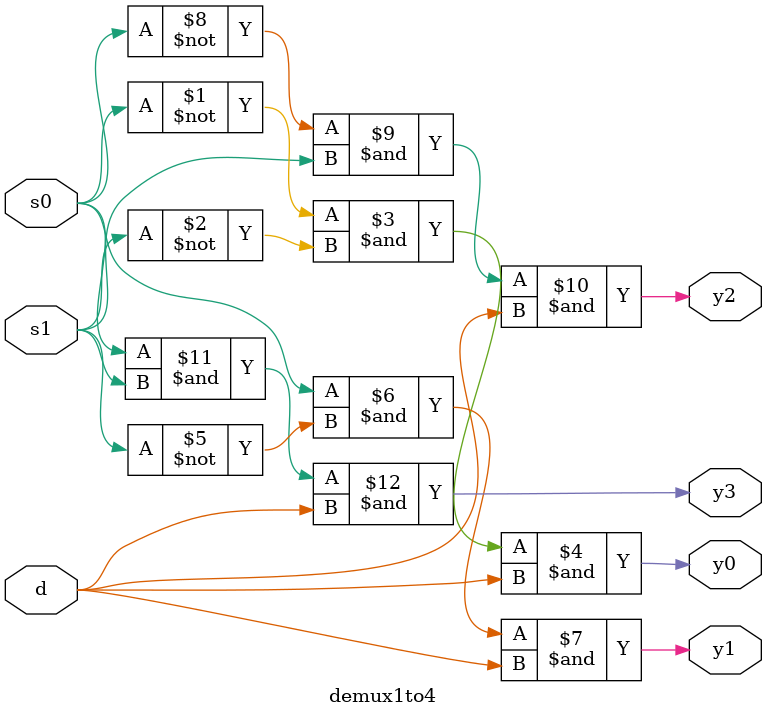
<source format=v>
module demux1to4(input d,s0,s1 , output y0,y1,y2,y3);
        assign y0 = ~s0 & ~s1 & d;
        assign y1 = s0 & ~s1 & d;
        assign y2 = ~s0 & s1 & d;
        assign y3 = s0 & s1 & d;
endmodule

</source>
